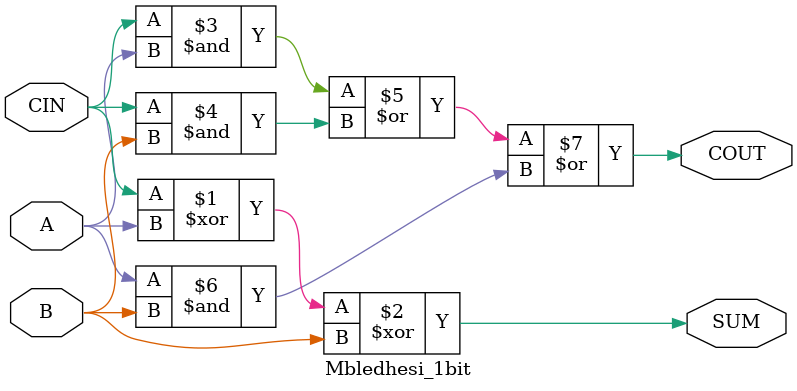
<source format=v>
`timescale 1ns / 1ps


module Mbledhesi_1bit(
    input A,
    input B,
    input CIN,
    output SUM,
    output COUT
    );
    
assign SUM = CIN ^ A ^ B;
assign COUT = CIN & A | CIN & B | A & B;
    
endmodule

</source>
